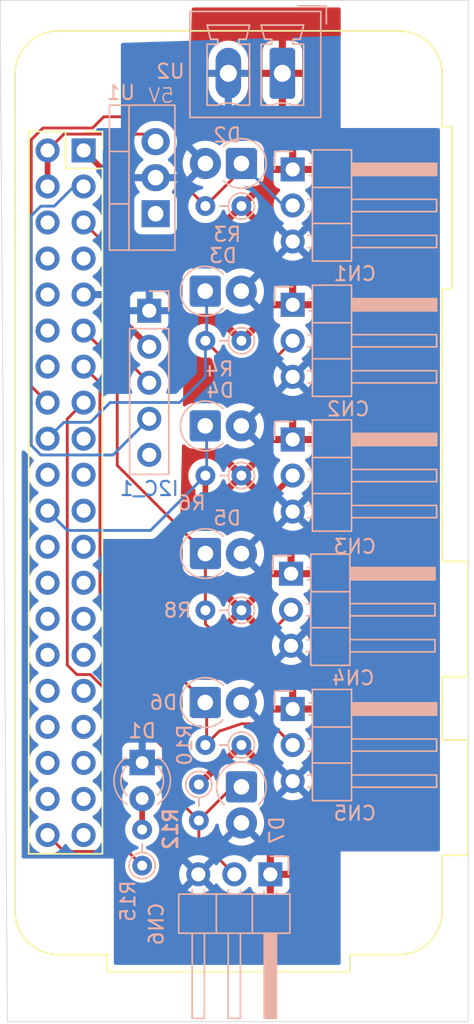
<source format=kicad_pcb>
(kicad_pcb (version 20241229) (generator "pcbnew") (generator_version "9.0")
  (layers (0 "F.Cu" power) (2 "B.Cu" power) (13 "F.Paste" user) (15 "B.Paste" user) (5 "F.SilkS" user "F.Silkscreen") (7 "B.SilkS" user "B.Silkscreen") (1 "F.Mask" user) (3 "B.Mask" user) (25 "Edge.Cuts" user))
  (net 0 "")
  (net 1 "+12V")
  (net 2 "GND")
  (net 3 "Net-(D1-A)")
  (net 9 "GPIO23")
  (net 12 "GPIO27")
  (net 13 "GPIO22")
  (net 16 "Net-(H1-Pad40)")
  (net 17 "GPIO24")
  (net 21 "+3.3V")
  (net 22 "Net-(H1-Pad5)")
  (net 23 "GPIO17")
  (net 24 "+5V")
  (net 30 "Net-(H1-Pad3)")
  (net 31 "GPIO25")
  (footprint "Module:Raspberry_Pi_Zero_Socketed_THT_FaceDown_MountingHoles" (layer "F.Cu") (at 127.87 72.58)
    (property "Reference" "H1" (hide yes))
    (property "Value" "2.54mm 2x40P Female header")
    (fp_line (start -4.83 53.63) (end -4.83 -5.37) (stroke (width 0.12)) (layer "F.SilkS"))
    (fp_line (start -3.87 -1.33) (end -3.87 49.59) (stroke (width 0.12)) (layer "F.SilkS"))
    (fp_line (start -3.87 -1.33) (end -1.27 -1.33) (stroke (width 0.12)) (layer "F.SilkS"))
    (fp_line (start -3.87 49.59) (end 1.33 49.59) (stroke (width 0.12)) (layer "F.SilkS"))
    (fp_line (start -1.77 -8.43) (end 22.23 -8.43) (stroke (width 0.12)) (layer "F.SilkS"))
    (fp_line (start -1.27 -1.33) (end -1.27 1.27) (stroke (width 0.12)) (layer "F.SilkS"))
    (fp_line (start -1.27 1.27) (end 1.33 1.27) (stroke (width 0.12)) (layer "F.SilkS"))
    (fp_line (start 0 -1.33) (end 1.33 -1.33) (stroke (width 0.12)) (layer "F.SilkS"))
    (fp_line (start 1.33 -1.33) (end 1.33 0) (stroke (width 0.12)) (layer "F.SilkS"))
    (fp_line (start 1.33 1.27) (end 1.33 49.59) (stroke (width 0.12)) (layer "F.SilkS"))
    (fp_line (start 1.67 56.69) (end -1.77 56.69) (stroke (width 0.12)) (layer "F.SilkS"))
    (fp_line (start 1.67 56.69) (end 1.67 57.89) (stroke (width 0.12)) (layer "F.SilkS"))
    (fp_line (start 1.67 57.89) (end 18.79 57.89) (stroke (width 0.12)) (layer "F.SilkS"))
    (fp_line (start 18.79 56.69) (end 22.23 56.69) (stroke (width 0.12)) (layer "F.SilkS"))
    (fp_line (start 18.79 57.89) (end 18.79 56.69) (stroke (width 0.12)) (layer "F.SilkS"))
    (fp_line (start 25.29 -1.68) (end 25.29 -5.37) (stroke (width 0.12)) (layer "F.SilkS"))
    (fp_line (start 25.29 9.74) (end 25.99 9.74) (stroke (width 0.12)) (layer "F.SilkS"))
    (fp_line (start 25.29 28.97) (end 25.29 9.74) (stroke (width 0.12)) (layer "F.SilkS"))
    (fp_line (start 25.29 37.09) (end 27.09 37.09) (stroke (width 0.12)) (layer "F.SilkS"))
    (fp_line (start 25.29 41.57) (end 25.29 37.09) (stroke (width 0.12)) (layer "F.SilkS"))
    (fp_line (start 25.29 49.69) (end 27.09 49.69) (stroke (width 0.12)) (layer "F.SilkS"))
    (fp_line (start 25.29 53.63) (end 25.29 49.69) (stroke (width 0.12)) (layer "F.SilkS"))
    (fp_line (start 25.99 -1.68) (end 25.29 -1.68) (stroke (width 0.12)) (layer "F.SilkS"))
    (fp_line (start 25.99 9.74) (end 25.99 -1.68) (stroke (width 0.12)) (layer "F.SilkS"))
    (fp_line (start 27.09 28.97) (end 25.29 28.97) (stroke (width 0.12)) (layer "F.SilkS"))
    (fp_line (start 27.09 37.09) (end 27.09 28.97) (stroke (width 0.12)) (layer "F.SilkS"))
    (fp_line (start 27.09 41.57) (end 25.29 41.57) (stroke (width 0.12)) (layer "F.SilkS"))
    (fp_line (start 27.09 49.69) (end 27.09 41.57) (stroke (width 0.12)) (layer "F.SilkS"))
    (fp_arc (start -4.83 -5.37) (mid -3.933747 -7.533747) (end -1.77 -8.43) (stroke (width 0.12)) (layer "F.SilkS"))
    (fp_arc (start -1.77 56.69) (mid -3.933747 55.793747) (end -4.83 53.63) (stroke (width 0.12)) (layer "F.SilkS"))
    (fp_arc (start 22.23 -8.43) (mid 24.393747 -7.533747) (end 25.29 -5.37) (stroke (width 0.12)) (layer "F.SilkS"))
    (fp_arc (start 25.29 53.63) (mid 24.393747 55.793747) (end 22.23 56.69) (stroke (width 0.12)) (layer "F.SilkS"))
    (pad "" np_thru_hole circle (at -1.27 -4.87 90) (size 2.75 2.75) (drill 2.75) (layers "*.Cu" "*.Mask"))
    (pad "" np_thru_hole circle (at -1.27 53.13 90) (size 2.75 2.75) (drill 2.75) (layers "*.Cu" "*.Mask"))
    (pad "" np_thru_hole circle (at 21.73 -4.87 90) (size 2.75 2.75) (drill 2.75) (layers "*.Cu" "*.Mask"))
    (pad "" np_thru_hole circle (at 21.73 53.13 90) (size 2.75 2.75) (drill 2.75) (layers "*.Cu" "*.Mask"))
    (pad "1" thru_hole rect (at 0 0) (size 1.7 1.7) (drill 1) (layers "*.Cu" "*.Mask") (net 21 "+3.3V"))
    (pad "2" thru_hole oval (at -2.54 0) (size 1.7 1.7) (drill 1) (layers "*.Cu" "*.Mask") (net 24 "+5V"))
    (pad "3" thru_hole oval (at 0 2.54) (size 1.7 1.7) (drill 1) (layers "*.Cu" "*.Mask") (net 30 "Net-(H1-Pad3)"))
    (pad "4" thru_hole oval (at -2.54 2.54) (size 1.7 1.7) (drill 1) (layers "*.Cu" "*.Mask") (net 24 "+5V"))
    (pad "5" thru_hole oval (at 0 5.08) (size 1.7 1.7) (drill 1) (layers "*.Cu" "*.Mask") (net 22 "Net-(H1-Pad5)"))
    (pad "6" thru_hole oval (at -2.54 5.08) (size 1.7 1.7) (drill 1) (layers "*.Cu" "*.Mask") (net 2 "GND"))
    (pad "7" thru_hole oval (at 0 7.62) (size 1.7 1.7) (drill 1) (layers "*.Cu" "*.Mask"))
    (pad "8" thru_hole oval (at -2.54 7.62) (size 1.7 1.7) (drill 1) (layers "*.Cu" "*.Mask"))
    (pad "9" thru_hole oval (at 0 10.16) (size 1.7 1.7) (drill 1) (layers "*.Cu" "*.Mask") (net 2 "GND"))
    (pad "10" thru_hole oval (at -2.54 10.16) (size 1.7 1.7) (drill 1) (layers "*.Cu" "*.Mask"))
    (pad "11" thru_hole oval (at 0 12.7) (size 1.7 1.7) (drill 1) (layers "*.Cu" "*.Mask") (net 23 "GPIO17"))
    (pad "12" thru_hole oval (at -2.54 12.7) (size 1.7 1.7) (drill 1) (layers "*.Cu" "*.Mask"))
    (pad "13" thru_hole oval (at 0 15.24) (size 1.7 1.7) (drill 1) (layers "*.Cu" "*.Mask") (net 12 "GPIO27"))
    (pad "14" thru_hole oval (at -2.54 15.24) (size 1.7 1.7) (drill 1) (layers "*.Cu" "*.Mask"))
    (pad "15" thru_hole oval (at 0 17.78) (size 1.7 1.7) (drill 1) (layers "*.Cu" "*.Mask") (net 13 "GPIO22"))
    (pad "16" thru_hole oval (at -2.54 17.78) (size 1.7 1.7) (drill 1) (layers "*.Cu" "*.Mask") (net 9 "GPIO23"))
    (pad "17" thru_hole oval (at 0 20.32) (size 1.7 1.7) (drill 1) (layers "*.Cu" "*.Mask"))
    (pad "18" thru_hole oval (at -2.54 20.32) (size 1.7 1.7) (drill 1) (layers "*.Cu" "*.Mask") (net 17 "GPIO24"))
    (pad "19" thru_hole oval (at 0 22.86) (size 1.7 1.7) (drill 1) (layers "*.Cu" "*.Mask"))
    (pad "20" thru_hole oval (at -2.54 22.86) (size 1.7 1.7) (drill 1) (layers "*.Cu" "*.Mask"))
    (pad "21" thru_hole oval (at 0 25.4) (size 1.7 1.7) (drill 1) (layers "*.Cu" "*.Mask"))
    (pad "22" thru_hole oval (at -2.54 25.4) (size 1.7 1.7) (drill 1) (layers "*.Cu" "*.Mask") (net 31 "GPIO25"))
    (pad "23" thru_hole oval (at 0 27.94) (size 1.7 1.7) (drill 1) (layers "*.Cu" "*.Mask"))
    (pad "24" thru_hole oval (at -2.54 27.94) (size 1.7 1.7) (drill 1) (layers "*.Cu" "*.Mask"))
    (pad "25" thru_hole oval (at 0 30.48) (size 1.7 1.7) (drill 1) (layers "*.Cu" "*.Mask"))
    (pad "26" thru_hole oval (at -2.54 30.48) (size 1.7 1.7) (drill 1) (layers "*.Cu" "*.Mask"))
    (pad "27" thru_hole oval (at 0 33.02) (size 1.7 1.7) (drill 1) (layers "*.Cu" "*.Mask"))
    (pad "28" thru_hole oval (at -2.54 33.02) (size 1.7 1.7) (drill 1) (layers "*.Cu" "*.Mask"))
    (pad "29" thru_hole oval (at 0 35.56) (size 1.7 1.7) (drill 1) (layers "*.Cu" "*.Mask"))
    (pad "30" thru_hole oval (at -2.54 35.56) (size 1.7 1.7) (drill 1) (layers "*.Cu" "*.Mask"))
    (pad "31" thru_hole oval (at 0 38.1) (size 1.7 1.7) (drill 1) (layers "*.Cu" "*.Mask"))
    (pad "32" thru_hole oval (at -2.54 38.1) (size 1.7 1.7) (drill 1) (layers "*.Cu" "*.Mask"))
    (pad "33" thru_hole oval (at 0 40.64) (size 1.7 1.7) (drill 1) (layers "*.Cu" "*.Mask"))
    (pad "34" thru_hole oval (at -2.54 40.64) (size 1.7 1.7) (drill 1) (layers "*.Cu" "*.Mask"))
    (pad "35" thru_hole oval (at 0 43.18) (size 1.7 1.7) (drill 1) (layers "*.Cu" "*.Mask"))
    (pad "36" thru_hole oval (at -2.54 43.18) (size 1.7 1.7) (drill 1) (layers "*.Cu" "*.Mask"))
    (pad "37" thru_hole oval (at 0 45.72) (size 1.7 1.7) (drill 1) (layers "*.Cu" "*.Mask"))
    (pad "38" thru_hole oval (at -2.54 45.72) (size 1.7 1.7) (drill 1) (layers "*.Cu" "*.Mask"))
    (pad "39" thru_hole oval (at 0 48.26) (size 1.7 1.7) (drill 1) (layers "*.Cu" "*.Mask"))
    (pad "40" thru_hole oval (at -2.54 48.26) (size 1.7 1.7) (drill 1) (layers "*.Cu" "*.Mask") (net 16 "Net-(H1-Pad40)"))
  )
  (footprint "Connector_PinHeader_2.54mm:PinHeader_1x03_P2.54mm_Horizontal" (layer "B.Cu") (at 142.615 117.04)
    (property "Reference" "CN5" (at 4.385 2.27 180) (layer "B.SilkS") (effects (justify mirror)))
    (property "Value" "DYNAMIXEL XL-320 MOLEX-53253-0370" (hide yes))
    (fp_line (start -1.27 -6.35) (end 0 -6.35) (stroke (width 0.12)) (layer "B.SilkS"))
    (fp_line (start -1.27 -5.08) (end -1.27 -6.35) (stroke (width 0.12)) (layer "B.SilkS"))
    (fp_line (start 1.077358 -2.97) (end 1.39 -2.97) (stroke (width 0.12)) (layer "B.SilkS"))
    (fp_line (start 1.077358 -2.11) (end 1.39 -2.11) (stroke (width 0.12)) (layer "B.SilkS"))
    (fp_line (start 1.077358 -0.43) (end 1.39 -0.43) (stroke (width 0.12)) (layer "B.SilkS"))
    (fp_line (start 1.077358 0.43) (end 1.39 0.43) (stroke (width 0.12)) (layer "B.SilkS"))
    (fp_line (start 1.16 -5.51) (end 1.39 -5.51) (stroke (width 0.12)) (layer "B.SilkS"))
    (fp_line (start 1.16 -4.65) (end 1.39 -4.65) (stroke (width 0.12)) (layer "B.SilkS"))
    (fp_line (start 1.39 -6.46) (end 1.39 1.38) (stroke (width 0.12)) (layer "B.SilkS"))
    (fp_line (start 1.39 -3.81) (end 4.15 -3.81) (stroke (width 0.12)) (layer "B.SilkS"))
    (fp_line (start 1.39 -1.27) (end 4.15 -1.27) (stroke (width 0.12)) (layer "B.SilkS"))
    (fp_line (start 1.39 1.38) (end 4.15 1.38) (stroke (width 0.12)) (layer "B.SilkS"))
    (fp_line (start 4.15 -6.46) (end 1.39 -6.46) (stroke (width 0.12)) (layer "B.SilkS"))
    (fp_line (start 4.15 -2.97) (end 10.15 -2.97) (stroke (width 0.12)) (layer "B.SilkS"))
    (fp_line (start 4.15 -0.43) (end 10.15 -0.43) (stroke (width 0.12)) (layer "B.SilkS"))
    (fp_line (start 4.15 1.38) (end 4.15 -6.46) (stroke (width 0.12)) (layer "B.SilkS"))
    (fp_line (start 10.15 -2.97) (end 10.15 -2.11) (stroke (width 0.12)) (layer "B.SilkS"))
    (fp_line (start 10.15 -2.11) (end 4.15 -2.11) (stroke (width 0.12)) (layer "B.SilkS"))
    (fp_line (start 10.15 -0.43) (end 10.15 0.43) (stroke (width 0.12)) (layer "B.SilkS"))
    (fp_line (start 10.15 0.43) (end 4.15 0.43) (stroke (width 0.12)) (layer "B.SilkS"))
    (fp_rect (start 4.15 -5.51) (end 10.15 -4.65) (stroke (width 0.12)) (fill yes) (layer "B.SilkS"))
    (pad "1" thru_hole rect (at 0 -5.08) (size 1.7 1.7) (drill 1) (layers "*.Cu" "*.Mask") (net 1 "+12V"))
    (pad "2" thru_hole circle (at 0 -2.54) (size 1.7 1.7) (drill 1) (layers "*.Cu" "*.Mask") (net 12 "GPIO27"))
    (pad "3" thru_hole circle (at 0 0) (size 1.7 1.7) (drill 1) (layers "*.Cu" "*.Mask") (net 2 "GND"))
  )
  (footprint "Connector_PinHeader_2.54mm:PinHeader_1x03_P2.54mm_Horizontal" (layer "B.Cu") (at 135.96 123.615 -90)
    (property "Reference" "CN6" (at 3.5 2.96 90) (layer "B.SilkS") (effects (justify mirror)))
    (property "Value" "DYNAMIXEL XL-320 MOLEX-53253-0370" (hide yes))
    (fp_line (start 1.39 1.38) (end 4.15 1.38) (stroke (width 0.12)) (layer "B.SilkS"))
    (fp_line (start 4.15 1.38) (end 4.15 -6.46) (stroke (width 0.12)) (layer "B.SilkS"))
    (fp_line (start 1.077358 0.43) (end 1.39 0.43) (stroke (width 0.12)) (layer "B.SilkS"))
    (fp_line (start 10.15 0.43) (end 4.15 0.43) (stroke (width 0.12)) (layer "B.SilkS"))
    (fp_line (start 1.077358 -0.43) (end 1.39 -0.43) (stroke (width 0.12)) (layer "B.SilkS"))
    (fp_line (start 4.15 -0.43) (end 10.15 -0.43) (stroke (width 0.12)) (layer "B.SilkS"))
    (fp_line (start 10.15 -0.43) (end 10.15 0.43) (stroke (width 0.12)) (layer "B.SilkS"))
    (fp_line (start 1.39 -1.27) (end 4.15 -1.27) (stroke (width 0.12)) (layer "B.SilkS"))
    (fp_line (start 1.077358 -2.11) (end 1.39 -2.11) (stroke (width 0.12)) (layer "B.SilkS"))
    (fp_line (start 10.15 -2.11) (end 4.15 -2.11) (stroke (width 0.12)) (layer "B.SilkS"))
    (fp_line (start 1.077358 -2.97) (end 1.39 -2.97) (stroke (width 0.12)) (layer "B.SilkS"))
    (fp_line (start 4.15 -2.97) (end 10.15 -2.97) (stroke (width 0.12)) (layer "B.SilkS"))
    (fp_line (start 10.15 -2.97) (end 10.15 -2.11) (stroke (width 0.12)) (layer "B.SilkS"))
    (fp_line (start 1.39 -3.81) (end 4.15 -3.81) (stroke (width 0.12)) (layer "B.SilkS"))
    (fp_line (start 1.16 -4.65) (end 1.39 -4.65) (stroke (width 0.12)) (layer "B.SilkS"))
    (fp_line (start -1.27 -5.08) (end -1.27 -6.35) (stroke (width 0.12)) (layer "B.SilkS"))
    (fp_line (start 1.16 -5.51) (end 1.39 -5.51) (stroke (width 0.12)) (layer "B.SilkS"))
    (fp_line (start -1.27 -6.35) (end 0 -6.35) (stroke (width 0.12)) (layer "B.SilkS"))
    (fp_line (start 1.39 -6.46) (end 1.39 1.38) (stroke (width 0.12)) (layer "B.SilkS"))
    (fp_line (start 4.15 -6.46) (end 1.39 -6.46) (stroke (width 0.12)) (layer "B.SilkS"))
    (fp_rect (start 4.15 -5.51) (end 10.15 -4.65) (stroke (width 0.12)) (fill yes) (layer "B.SilkS"))
    (pad "1" thru_hole rect (at 0 -5.08 270) (size 1.7 1.7) (drill 1) (layers "*.Cu" "*.Mask") (net 1 "+12V"))
    (pad "2" thru_hole circle (at 0 -2.54 270) (size 1.7 1.7) (drill 1) (layers "*.Cu" "*.Mask") (net 13 "GPIO22"))
    (pad "3" thru_hole circle (at 0 0 270) (size 1.7 1.7) (drill 1) (layers "*.Cu" "*.Mask") (net 2 "GND"))
  )
  (footprint "Diode_THT:D_DO-41_SOD81_P2.54mm_Vertical_AnodeUp" (layer "B.Cu") (at 136.447818 111.5)
    (property "Reference" "D6" (at -2.947818 0 0) (layer "B.SilkS") (effects (justify mirror)))
    (property "Value" "3.3v" (hide yes))
    (fp_arc (start 1.255517 1.22) (mid -1.750635 0) (end 1.255517 -1.22) (stroke (width 0.12)) (layer "B.SilkS"))
    (pad "1" thru_hole roundrect (at 0 0) (size 2.2 2.2) (drill 1.1) (layers "*.Cu" "*.Mask") (roundrect_rratio 0.113636) (net 12 "GPIO27"))
    (pad "2" thru_hole circle (at 2.54 0) (size 2.2 2.2) (drill 1.1) (layers "*.Cu" "*.Mask") (net 2 "GND"))
  )
  (footprint "LED_THT:LED_D3.0mm_IRBlack" (layer "B.Cu") (at 132 115.73 -90)
    (property "Reference" "D1" (at -2.23 0 0) (layer "B.SilkS") (effects (justify mirror)))
    (property "Value" "TSAL4400" (hide yes))
    (fp_line (start -0.29 1.236) (end -0.29 1.08) (stroke (width 0.12)) (layer "B.SilkS"))
    (fp_line (start -0.29 -1.08) (end -0.29 -1.236) (stroke (width 0.12)) (layer "B.SilkS"))
    (fp_arc (start 2.310961 1.08) (mid 1.27 1.5) (end 0.229039 1.08) (stroke (width 0.12)) (layer "B.SilkS"))
    (fp_arc (start 2.941437 1.08) (mid 1.36566 1.9877) (end -0.29 1.235516) (stroke (width 0.12)) (layer "B.SilkS"))
    (fp_arc (start 0.229039 -1.08) (mid 1.27 -1.5) (end 2.310961 -1.08) (stroke (width 0.12)) (layer "B.SilkS"))
    (fp_arc (start -0.29 -1.235516) (mid 1.36566 -1.987699) (end 2.941437 -1.08) (stroke (width 0.12)) (layer "B.SilkS"))
    (pad "1" thru_hole rect (at 0 0 270) (size 1.8 1.8) (drill 0.9) (layers "*.Cu" "*.Mask") (net 2 "GND"))
    (pad "2" thru_hole circle (at 2.54 0 270) (size 1.8 1.8) (drill 0.9) (layers "*.Cu" "*.Mask") (net 3 "Net-(D1-A)"))
  )
  (footprint "Connector_Phoenix_MC:PhoenixContact_MCV_1,5_2-G-3.81_1x02_P3.81mm_Vertical" (layer "B.Cu") (at 141.8875 67.1425 180)
    (property "Reference" "U2" (at 7.8875 0.1425 0) (layer "B.SilkS") (effects (justify mirror)))
    (property "Value" "Alimentation 12v" (hide yes))
    (fp_line (start 6.52 4.36) (end -2.71 4.36) (stroke (width 0.12)) (layer "B.SilkS"))
    (fp_line (start 6.52 -3.11) (end 6.52 4.36) (stroke (width 0.12)) (layer "B.SilkS"))
    (fp_line (start 5.31 3.4) (end 5.06 2.4) (stroke (width 0.12)) (layer "B.SilkS"))
    (fp_line (start 5.31 2.05) (end 5.31 -2.25) (stroke (width 0.12)) (layer "B.SilkS"))
    (fp_line (start 5.31 -2.25) (end 4.56 -2.25) (stroke (width 0.12)) (layer "B.SilkS"))
    (fp_line (start 5.06 2.4) (end 4.56 2.4) (stroke (width 0.12)) (layer "B.SilkS"))
    (fp_line (start 4.56 2.4) (end 4.56 2.05) (stroke (width 0.12)) (layer "B.SilkS"))
    (fp_line (start 4.56 2.05) (end 5.31 2.05) (stroke (width 0.12)) (layer "B.SilkS"))
    (fp_line (start 3.06 2.4) (end 2.56 2.4) (stroke (width 0.12)) (layer "B.SilkS"))
    (fp_line (start 3.06 2.05) (end 3.06 2.4) (stroke (width 0.12)) (layer "B.SilkS"))
    (fp_line (start 3.06 -2.25) (end 2.31 -2.25) (stroke (width 0.12)) (layer "B.SilkS"))
    (fp_line (start 2.56 2.4) (end 2.31 3.4) (stroke (width 0.12)) (layer "B.SilkS"))
    (fp_line (start 2.31 3.4) (end 5.31 3.4) (stroke (width 0.12)) (layer "B.SilkS"))
    (fp_line (start 2.31 2.05) (end 3.06 2.05) (stroke (width 0.12)) (layer "B.SilkS"))
    (fp_line (start 2.31 -2.25) (end 2.31 2.05) (stroke (width 0.12)) (layer "B.SilkS"))
    (fp_line (start 1.5 3.4) (end 1.25 2.4) (stroke (width 0.12)) (layer "B.SilkS"))
    (fp_line (start 1.5 2.05) (end 1.5 -2.25) (stroke (width 0.12)) (layer "B.SilkS"))
    (fp_line (start 1.5 -2.25) (end 0.75 -2.25) (stroke (width 0.12)) (layer "B.SilkS"))
    (fp_line (start 1.25 2.4) (end 0.75 2.4) (stroke (width 0.12)) (layer "B.SilkS"))
    (fp_line (start 0.75 2.4) (end 0.75 2.05) (stroke (width 0.12)) (layer "B.SilkS"))
    (fp_line (start 0.75 2.05) (end 1.5 2.05) (stroke (width 0.12)) (layer "B.SilkS"))
    (fp_line (start -0.75 2.4) (end -1.25 2.4) (stroke (width 0.12)) (layer "B.SilkS"))
    (fp_line (start -0.75 2.05) (end -0.75 2.4) (stroke (width 0.12)) (layer "B.SilkS"))
    (fp_line (start -0.75 -2.25) (end -1.5 -2.25) (stroke (width 0.12)) (layer "B.SilkS"))
    (fp_line (start -1.25 2.4) (end -1.5 3.4) (stroke (width 0.12)) (layer "B.SilkS"))
    (fp_line (start -1.5 3.4) (end 1.5 3.4) (stroke (width 0.12)) (layer "B.SilkS"))
    (fp_line (start -1.5 2.05) (end -0.75 2.05) (stroke (width 0.12)) (layer "B.SilkS"))
    (fp_line (start -1.5 -2.25) (end -1.5 2.05) (stroke (width 0.12)) (layer "B.SilkS"))
    (fp_line (start -2.71 4.36) (end -2.71 -3.11) (stroke (width 0.12)) (layer "B.SilkS"))
    (fp_line (start -2.71 -3.11) (end 6.52 -3.11) (stroke (width 0.12)) (layer "B.SilkS"))
    (fp_line (start -3.1 4.75) (end -1.1 4.75) (stroke (width 0.12)) (layer "B.SilkS"))
    (fp_line (start -3.1 3.5) (end -3.1 4.75) (stroke (width 0.12)) (layer "B.SilkS"))
    (fp_arc (start 4.559647 -2.249844) (mid 3.809807 -2.091909) (end 3.06 -2.25) (stroke (width 0.12)) (layer "B.SilkS"))
    (fp_arc (start 0.749647 -2.249844) (mid -0.000193 -2.091909) (end -0.75 -2.25) (stroke (width 0.12)) (layer "B.SilkS"))
    (pad "1" thru_hole roundrect (at 0 0 180) (size 1.8 3.6) (drill 1.2) (layers "*.Cu" "*.Mask") (roundrect_rratio 0.138889) (net 1 "+12V"))
    (pad "2" thru_hole oval (at 3.81 0 180) (size 1.8 3.6) (drill 1.2) (layers "*.Cu" "*.Mask") (net 2 "GND"))
  )
  (footprint "Resistor_THT:R_Axial_DIN0204_L3.6mm_D1.6mm_P2.54mm_Vertical" (layer "B.Cu") (at 132 123 90)
    (property "Reference" "R15" (at -2.5 -1 90) (layer "B.SilkS") (effects (justify mirror)))
    (property "Value" "200R" (hide yes))
    (fp_line (start 0.92 0) (end 1.54 0) (stroke (width 0.12)) (layer "B.SilkS"))
    (fp_circle (center 0 0) (end 0.92 0) (stroke (width 0.12)) (fill no) (layer "B.SilkS"))
    (pad "1" thru_hole circle (at 0 0 90) (size 1.4 1.4) (drill 0.7) (layers "*.Cu" "*.Mask") (net 16 "Net-(H1-Pad40)"))
    (pad "2" thru_hole circle (at 2.54 0 90) (size 1.4 1.4) (drill 0.7) (layers "*.Cu" "*.Mask") (net 3 "Net-(D1-A)"))
  )
  (footprint "Diode_THT:D_DO-41_SOD81_P2.54mm_Vertical_AnodeUp" (layer "B.Cu") (at 136.447818 92)
    (property "Reference" "D4" (at 1.052182 -2.5 0) (layer "B.SilkS") (effects (justify mirror)))
    (property "Value" "3.3v" (hide yes))
    (fp_arc (start 1.255517 1.22) (mid -1.750635 0) (end 1.255517 -1.22) (stroke (width 0.12)) (layer "B.SilkS"))
    (pad "1" thru_hole roundrect (at 0 0) (size 2.2 2.2) (drill 1.1) (layers "*.Cu" "*.Mask") (roundrect_rratio 0.113636) (net 31 "GPIO25"))
    (pad "2" thru_hole circle (at 2.54 0) (size 2.2 2.2) (drill 1.1) (layers "*.Cu" "*.Mask") (net 2 "GND"))
  )
  (footprint "Connector_PinHeader_2.54mm:PinHeader_1x03_P2.54mm_Horizontal" (layer "B.Cu") (at 142.615 79)
    (property "Reference" "CN1" (at 4.385 2.27 0) (layer "B.SilkS") (effects (justify mirror)))
    (property "Value" "DYNAMIXEL XL-320 MOLEX-53253-0370" (hide yes))
    (fp_line (start -1.27 -6.35) (end 0 -6.35) (stroke (width 0.12)) (layer "B.SilkS"))
    (fp_line (start -1.27 -5.08) (end -1.27 -6.35) (stroke (width 0.12)) (layer "B.SilkS"))
    (fp_line (start 1.077358 -2.97) (end 1.39 -2.97) (stroke (width 0.12)) (layer "B.SilkS"))
    (fp_line (start 1.077358 -2.11) (end 1.39 -2.11) (stroke (width 0.12)) (layer "B.SilkS"))
    (fp_line (start 1.077358 -0.43) (end 1.39 -0.43) (stroke (width 0.12)) (layer "B.SilkS"))
    (fp_line (start 1.077358 0.43) (end 1.39 0.43) (stroke (width 0.12)) (layer "B.SilkS"))
    (fp_line (start 1.16 -5.51) (end 1.39 -5.51) (stroke (width 0.12)) (layer "B.SilkS"))
    (fp_line (start 1.16 -4.65) (end 1.39 -4.65) (stroke (width 0.12)) (layer "B.SilkS"))
    (fp_line (start 1.39 -6.46) (end 1.39 1.38) (stroke (width 0.12)) (layer "B.SilkS"))
    (fp_line (start 1.39 -3.81) (end 4.15 -3.81) (stroke (width 0.12)) (layer "B.SilkS"))
    (fp_line (start 1.39 -1.27) (end 4.15 -1.27) (stroke (width 0.12)) (layer "B.SilkS"))
    (fp_line (start 1.39 1.38) (end 4.15 1.38) (stroke (width 0.12)) (layer "B.SilkS"))
    (fp_line (start 4.15 -6.46) (end 1.39 -6.46) (stroke (width 0.12)) (layer "B.SilkS"))
    (fp_line (start 4.15 -2.97) (end 10.15 -2.97) (stroke (width 0.12)) (layer "B.SilkS"))
    (fp_line (start 4.15 -0.43) (end 10.15 -0.43) (stroke (width 0.12)) (layer "B.SilkS"))
    (fp_line (start 4.15 1.38) (end 4.15 -6.46) (stroke (width 0.12)) (layer "B.SilkS"))
    (fp_line (start 10.15 -2.97) (end 10.15 -2.11) (stroke (width 0.12)) (layer "B.SilkS"))
    (fp_line (start 10.15 -2.11) (end 4.15 -2.11) (stroke (width 0.12)) (layer "B.SilkS"))
    (fp_line (start 10.15 -0.43) (end 10.15 0.43) (stroke (width 0.12)) (layer "B.SilkS"))
    (fp_line (start 10.15 0.43) (end 4.15 0.43) (stroke (width 0.12)) (layer "B.SilkS"))
    (fp_rect (start 4.15 -5.51) (end 10.15 -4.65) (stroke (width 0.12)) (fill yes) (layer "B.SilkS"))
    (pad "1" thru_hole rect (at 0 -5.08) (size 1.7 1.7) (drill 1) (layers "*.Cu" "*.Mask") (net 1 "+12V"))
    (pad "2" thru_hole circle (at 0 -2.54) (size 1.7 1.7) (drill 1) (layers "*.Cu" "*.Mask") (net 9 "GPIO23"))
    (pad "3" thru_hole circle (at 0 0) (size 1.7 1.7) (drill 1) (layers "*.Cu" "*.Mask") (net 2 "GND"))
  )
  (footprint "Resistor_THT:R_Axial_DIN0204_L3.6mm_D1.6mm_P2.54mm_Vertical" (layer "B.Cu") (at 139 76.5 180)
    (property "Reference" "R3" (at 1 -2 0) (layer "B.SilkS") (effects (justify mirror)))
    (property "Value" "1K" (hide yes))
    (fp_line (start 0.92 0) (end 1.54 0) (stroke (width 0.12)) (layer "B.SilkS"))
    (fp_circle (center 0 0) (end 0.92 0) (stroke (width 0.12)) (fill no) (layer "B.SilkS"))
    (pad "1" thru_hole circle (at 0 0 180) (size 1.4 1.4) (drill 0.7) (layers "*.Cu" "*.Mask") (net 1 "+12V"))
    (pad "2" thru_hole circle (at 2.54 0 180) (size 1.4 1.4) (drill 0.7) (layers "*.Cu" "*.Mask") (net 9 "GPIO23"))
  )
  (footprint "Resistor_THT:R_Axial_DIN0204_L3.6mm_D1.6mm_P2.54mm_Vertical" (layer "B.Cu") (at 139 105 180)
    (property "Reference" "R8" (at 4.5 0 0) (layer "B.SilkS") (effects (justify mirror)))
    (property "Value" "1k" (hide yes))
    (fp_line (start 0.92 0) (end 1.54 0) (stroke (width 0.12)) (layer "B.SilkS"))
    (fp_circle (center 0 0) (end 0.92 0) (stroke (width 0.12)) (fill no) (layer "B.SilkS"))
    (pad "1" thru_hole circle (at 0 0 180) (size 1.4 1.4) (drill 0.7) (layers "*.Cu" "*.Mask") (net 1 "+12V"))
    (pad "2" thru_hole circle (at 2.54 0 180) (size 1.4 1.4) (drill 0.7) (layers "*.Cu" "*.Mask") (net 23 "GPIO17"))
  )
  (footprint "Connector_PinHeader_2.54mm:PinHeader_1x03_P2.54mm_Horizontal" (layer "B.Cu") (at 142.615 88.54)
    (property "Reference" "CN2" (at 3.915 2.27 180) (layer "B.SilkS") (effects (justify mirror)))
    (property "Value" "DYNAMIXEL XL-320 MOLEX-53253-0370" (hide yes))
    (fp_line (start -1.27 -6.35) (end 0 -6.35) (stroke (width 0.12)) (layer "B.SilkS"))
    (fp_line (start -1.27 -5.08) (end -1.27 -6.35) (stroke (width 0.12)) (layer "B.SilkS"))
    (fp_line (start 1.077358 -2.97) (end 1.39 -2.97) (stroke (width 0.12)) (layer "B.SilkS"))
    (fp_line (start 1.077358 -2.11) (end 1.39 -2.11) (stroke (width 0.12)) (layer "B.SilkS"))
    (fp_line (start 1.077358 -0.43) (end 1.39 -0.43) (stroke (width 0.12)) (layer "B.SilkS"))
    (fp_line (start 1.077358 0.43) (end 1.39 0.43) (stroke (width 0.12)) (layer "B.SilkS"))
    (fp_line (start 1.16 -5.51) (end 1.39 -5.51) (stroke (width 0.12)) (layer "B.SilkS"))
    (fp_line (start 1.16 -4.65) (end 1.39 -4.65) (stroke (width 0.12)) (layer "B.SilkS"))
    (fp_line (start 1.39 -6.46) (end 1.39 1.38) (stroke (width 0.12)) (layer "B.SilkS"))
    (fp_line (start 1.39 -3.81) (end 4.15 -3.81) (stroke (width 0.12)) (layer "B.SilkS"))
    (fp_line (start 1.39 -1.27) (end 4.15 -1.27) (stroke (width 0.12)) (layer "B.SilkS"))
    (fp_line (start 1.39 1.38) (end 4.15 1.38) (stroke (width 0.12)) (layer "B.SilkS"))
    (fp_line (start 4.15 -6.46) (end 1.39 -6.46) (stroke (width 0.12)) (layer "B.SilkS"))
    (fp_line (start 4.15 -2.97) (end 10.15 -2.97) (stroke (width 0.12)) (layer "B.SilkS"))
    (fp_line (start 4.15 -0.43) (end 10.15 -0.43) (stroke (width 0.12)) (layer "B.SilkS"))
    (fp_line (start 4.15 1.38) (end 4.15 -6.46) (stroke (width 0.12)) (layer "B.SilkS"))
    (fp_line (start 10.15 -2.97) (end 10.15 -2.11) (stroke (width 0.12)) (layer "B.SilkS"))
    (fp_line (start 10.15 -2.11) (end 4.15 -2.11) (stroke (width 0.12)) (layer "B.SilkS"))
    (fp_line (start 10.15 -0.43) (end 10.15 0.43) (stroke (width 0.12)) (layer "B.SilkS"))
    (fp_line (start 10.15 0.43) (end 4.15 0.43) (stroke (width 0.12)) (layer "B.SilkS"))
    (fp_rect (start 4.15 -5.51) (end 10.15 -4.65) (stroke (width 0.12)) (fill yes) (layer "B.SilkS"))
    (pad "1" thru_hole rect (at 0 -5.08) (size 1.7 1.7) (drill 1) (layers "*.Cu" "*.Mask") (net 1 "+12V"))
    (pad "2" thru_hole circle (at 0 -2.54) (size 1.7 1.7) (drill 1) (layers "*.Cu" "*.Mask") (net 17 "GPIO24"))
    (pad "3" thru_hole circle (at 0 0) (size 1.7 1.7) (drill 1) (layers "*.Cu" "*.Mask") (net 2 "GND"))
  )
  (footprint "Diode_THT:D_DO-41_SOD81_P2.54mm_Vertical_AnodeUp" (layer "B.Cu") (at 139 117.447818 -90)
    (property "Reference" "D7" (at 3.052182 -2.5 90) (layer "B.SilkS") (effects (justify mirror)))
    (property "Value" "3.3v" (hide yes))
    (fp_arc (start 1.255517 1.22) (mid -1.750635 0) (end 1.255517 -1.22) (stroke (width 0.12)) (layer "B.SilkS"))
    (pad "1" thru_hole roundrect (at 0 0 270) (size 2.2 2.2) (drill 1.1) (layers "*.Cu" "*.Mask") (roundrect_rratio 0.113636) (net 13 "GPIO22"))
    (pad "2" thru_hole circle (at 2.54 0 270) (size 2.2 2.2) (drill 1.1) (layers "*.Cu" "*.Mask") (net 2 "GND"))
  )
  (footprint "Diode_THT:D_DO-41_SOD81_P2.54mm_Vertical_AnodeUp" (layer "B.Cu") (at 136.447818 82.5)
    (property "Reference" "D3" (at 1.255517 -2.5 0) (layer "B.SilkS") (effects (justify mirror)))
    (property "Value" "3.3v" (hide yes))
    (fp_arc (start 1.255517 1.22) (mid -1.750635 0) (end 1.255517 -1.22) (stroke (width 0.12)) (layer "B.SilkS"))
    (pad "1" thru_hole roundrect (at 0 0) (size 2.2 2.2) (drill 1.1) (layers "*.Cu" "*.Mask") (roundrect_rratio 0.113636) (net 17 "GPIO24"))
    (pad "2" thru_hole circle (at 2.54 0) (size 2.2 2.2) (drill 1.1) (layers "*.Cu" "*.Mask") (net 2 "GND"))
  )
  (footprint "Diode_THT:D_DO-41_SOD81_P2.54mm_Vertical_AnodeUp" (layer "B.Cu") (at 136.46 101)
    (property "Reference" "D5" (at 1.54 -2.5 0) (layer "B.SilkS") (effects (justify mirror)))
    (property "Value" "3.3v" (hide yes))
    (fp_arc (start 1.255517 1.22) (mid -1.750635 0) (end 1.255517 -1.22) (stroke (width 0.12)) (layer "B.SilkS"))
    (pad "1" thru_hole roundrect (at 0 0) (size 2.2 2.2) (drill 1.1) (layers "*.Cu" "*.Mask") (roundrect_rratio 0.113636) (net 23 "GPIO17"))
    (pad "2" thru_hole circle (at 2.54 0) (size 2.2 2.2) (drill 1.1) (layers "*.Cu" "*.Mask") (net 2 "GND"))
  )
  (footprint "Connector_PinHeader_2.54mm:PinHeader_1x03_P2.54mm_Horizontal" (layer "B.Cu") (at 142.5 107.5)
    (property "Reference" "CN4" (at 4.385 2.27 0) (layer "B.SilkS") (effects (justify mirror)))
    (property "Value" "DYNAMIXEL XL-320 MOLEX-53253-0370" (hide yes))
    (fp_line (start -1.27 -6.35) (end 0 -6.35) (stroke (width 0.12)) (layer "B.SilkS"))
    (fp_line (start -1.27 -5.08) (end -1.27 -6.35) (stroke (width 0.12)) (layer "B.SilkS"))
    (fp_line (start 1.077358 -2.97) (end 1.39 -2.97) (stroke (width 0.12)) (layer "B.SilkS"))
    (fp_line (start 1.077358 -2.11) (end 1.39 -2.11) (stroke (width 0.12)) (layer "B.SilkS"))
    (fp_line (start 1.077358 -0.43) (end 1.39 -0.43) (stroke (width 0.12)) (layer "B.SilkS"))
    (fp_line (start 1.077358 0.43) (end 1.39 0.43) (stroke (width 0.12)) (layer "B.SilkS"))
    (fp_line (start 1.16 -5.51) (end 1.39 -5.51) (stroke (width 0.12)) (layer "B.SilkS"))
    (fp_line (start 1.16 -4.65) (end 1.39 -4.65) (stroke (width 0.12)) (layer "B.SilkS"))
    (fp_line (start 1.39 -6.46) (end 1.39 1.38) (stroke (width 0.12)) (layer "B.SilkS"))
    (fp_line (start 1.39 -3.81) (end 4.15 -3.81) (stroke (width 0.12)) (layer "B.SilkS"))
    (fp_line (start 1.39 -1.27) (end 4.15 -1.27) (stroke (width 0.12)) (layer "B.SilkS"))
    (fp_line (start 1.39 1.38) (end 4.15 1.38) (stroke (width 0.12)) (layer "B.SilkS"))
    (fp_line (start 4.15 -6.46) (end 1.39 -6.46) (stroke (width 0.12)) (layer "B.SilkS"))
    (fp_line (start 4.15 -2.97) (end 10.15 -2.97) (stroke (width 0.12)) (layer "B.SilkS"))
    (fp_line (start 4.15 -0.43) (end 10.15 -0.43) (stroke (width 0.12)) (layer "B.SilkS"))
    (fp_line (start 4.15 1.38) (end 4.15 -6.46) (stroke (width 0.12)) (layer "B.SilkS"))
    (fp_line (start 10.15 -2.97) (end 10.15 -2.11) (stroke (width 0.12)) (layer "B.SilkS"))
    (fp_line (start 10.15 -2.11) (end 4.15 -2.11) (stroke (width 0.12)) (layer "B.SilkS"))
    (fp_line (start 10.15 -0.43) (end 10.15 0.43) (stroke (width 0.12)) (layer "B.SilkS"))
    (fp_line (start 10.15 0.43) (end 4.15 0.43) (stroke (width 0.12)) (layer "B.SilkS"))
    (fp_rect (start 4.15 -5.51) (end 10.15 -4.65) (stroke (width 0.12)) (fill yes) (layer "B.SilkS"))
    (pad "1" thru_hole rect (at 0 -5.08) (size 1.7 1.7) (drill 1) (layers "*.Cu" "*.Mask") (net 1 "+12V"))
    (pad "2" thru_hole circle (at 0 -2.54) (size 1.7 1.7) (drill 1) (layers "*.Cu" "*.Mask") (net 23 "GPIO17"))
    (pad "3" thru_hole circle (at 0 0) (size 1.7 1.7) (drill 1) (layers "*.Cu" "*.Mask") (net 2 "GND"))
  )
  (footprint "Connector_PinHeader_2.54mm:PinHeader_1x03_P2.54mm_Horizontal" (layer "B.Cu") (at 142.615 98.04)
    (property "Reference" "CN3" (at 4.385 2.46 180) (layer "B.SilkS") (effects (justify mirror)))
    (property "Value" "DYNAMIXEL XL-320 MOLEX-53253-0370" (hide yes))
    (fp_line (start -1.27 -6.35) (end 0 -6.35) (stroke (width 0.12)) (layer "B.SilkS"))
    (fp_line (start -1.27 -5.08) (end -1.27 -6.35) (stroke (width 0.12)) (layer "B.SilkS"))
    (fp_line (start 1.077358 -2.97) (end 1.39 -2.97) (stroke (width 0.12)) (layer "B.SilkS"))
    (fp_line (start 1.077358 -2.11) (end 1.39 -2.11) (stroke (width 0.12)) (layer "B.SilkS"))
    (fp_line (start 1.077358 -0.43) (end 1.39 -0.43) (stroke (width 0.12)) (layer "B.SilkS"))
    (fp_line (start 1.077358 0.43) (end 1.39 0.43) (stroke (width 0.12)) (layer "B.SilkS"))
    (fp_line (start 1.16 -5.51) (end 1.39 -5.51) (stroke (width 0.12)) (layer "B.SilkS"))
    (fp_line (start 1.16 -4.65) (end 1.39 -4.65) (stroke (width 0.12)) (layer "B.SilkS"))
    (fp_line (start 1.39 -6.46) (end 1.39 1.38) (stroke (width 0.12)) (layer "B.SilkS"))
    (fp_line (start 1.39 -3.81) (end 4.15 -3.81) (stroke (width 0.12)) (layer "B.SilkS"))
    (fp_line (start 1.39 -1.27) (end 4.15 -1.27) (stroke (width 0.12)) (layer "B.SilkS"))
    (fp_line (start 1.39 1.38) (end 4.15 1.38) (stroke (width 0.12)) (layer "B.SilkS"))
    (fp_line (start 4.15 -6.46) (end 1.39 -6.46) (stroke (width 0.12)) (layer "B.SilkS"))
    (fp_line (start 4.15 -2.97) (end 10.15 -2.97) (stroke (width 0.12)) (layer "B.SilkS"))
    (fp_line (start 4.15 -0.43) (end 10.15 -0.43) (stroke (width 0.12)) (layer "B.SilkS"))
    (fp_line (start 4.15 1.38) (end 4.15 -6.46) (stroke (width 0.12)) (layer "B.SilkS"))
    (fp_line (start 10.15 -2.97) (end 10.15 -2.11) (stroke (width 0.12)) (layer "B.SilkS"))
    (fp_line (start 10.15 -2.11) (end 4.15 -2.11) (stroke (width 0.12)) (layer "B.SilkS"))
    (fp_line (start 10.15 -0.43) (end 10.15 0.43) (stroke (width 0.12)) (layer "B.SilkS"))
    (fp_line (start 10.15 0.43) (end 4.15 0.43) (stroke (width 0.12)) (layer "B.SilkS"))
    (fp_rect (start 4.15 -5.51) (end 10.15 -4.65) (stroke (width 0.12)) (fill yes) (layer "B.SilkS"))
    (pad "1" thru_hole rect (at 0 -5.08) (size 1.7 1.7) (drill 1) (layers "*.Cu" "*.Mask") (net 1 "+12V"))
    (pad "2" thru_hole circle (at 0 -2.54) (size 1.7 1.7) (drill 1) (layers "*.Cu" "*.Mask") (net 31 "GPIO25"))
    (pad "3" thru_hole circle (at 0 0) (size 1.7 1.7) (drill 1) (layers "*.Cu" "*.Mask") (net 2 "GND"))
  )
  (footprint "Diode_THT:D_DO-41_SOD81_P2.54mm_Vertical_AnodeUp" (layer "B.Cu") (at 139 73.5 180)
    (property "Reference" "D2" (at 1 2 0) (layer "B.SilkS") (effects (justify mirror)))
    (property "Value" "3.3v" (hide yes))
    (fp_arc (start 1.255517 1.22) (mid -1.750635 0) (end 1.255517 -1.22) (stroke (width 0.12)) (layer "B.SilkS"))
    (pad "1" thru_hole roundrect (at 0 0 180) (size 2.2 2.2) (drill 1.1) (layers "*.Cu" "*.Mask") (roundrect_rratio 0.113636) (net 9 "GPIO23"))
    (pad "2" thru_hole circle (at 2.54 0 180) (size 2.2 2.2) (drill 1.1) (layers "*.Cu" "*.Mask") (net 2 "GND"))
  )
  (footprint "Resistor_THT:R_Axial_DIN0204_L3.6mm_D1.6mm_P2.54mm_Vertical" (layer "B.Cu") (at 139 95.5 180)
    (property "Reference" "R6" (at 3.5 -1.935 0) (layer "B.SilkS") (effects (justify mirror)))
    (property "Value" "1k" (hide yes))
    (fp_line (start 0.92 0) (end 1.54 0) (stroke (width 0.12)) (layer "B.SilkS"))
    (fp_circle (center 0 0) (end 0.92 0) (stroke (width 0.12)) (fill no) (layer "B.SilkS"))
    (pad "1" thru_hole circle (at 0 0 180) (size 1.4 1.4) (drill 0.7) (layers "*.Cu" "*.Mask") (net 1 "+12V"))
    (pad "2" thru_hole circle (at 2.54 0 180) (size 1.4 1.4) (drill 0.7) (layers "*.Cu" "*.Mask") (net 31 "GPIO25"))
  )
  (footprint "Package_TO_SOT_THT:TO-220-3_Vertical" (layer "B.Cu") (at 132.95 71.96 -90)
    (property "Reference" "U1" (at -3.46 2.45 0) (layer "B.SilkS") (effects (justify mirror)))
    (property "Value" "LM7805_TO220" (hide yes))
    (fp_line (start -2.57 3.26) (end -2.57 -1.36) (stroke (width 0.12)) (layer "B.SilkS"))
    (fp_line (start 0.69 3.26) (end 0.69 1.88) (stroke (width 0.12)) (layer "B.SilkS"))
    (fp_line (start 4.39 3.26) (end 4.39 1.88) (stroke (width 0.12)) (layer "B.SilkS"))
    (fp_line (start 7.65 3.26) (end -2.57 3.26) (stroke (width 0.12)) (layer "B.SilkS"))
    (fp_line (start 7.65 3.26) (end 7.65 -1.36) (stroke (width 0.12)) (layer "B.SilkS"))
    (fp_line (start 7.65 1.88) (end -2.57 1.88) (stroke (width 0.12)) (layer "B.SilkS"))
    (fp_line (start 7.65 -1.36) (end -2.57 -1.36) (stroke (width 0.12)) (layer "B.SilkS"))
    (pad "1" thru_hole rect (at 5.08 0 270) (size 1.905 2) (drill 1.1) (layers "*.Cu" "*.Mask") (net 1 "+12V"))
    (pad "2" thru_hole oval (at 2.54 0 270) (size 1.905 2) (drill 1.1) (layers "*.Cu" "*.Mask") (net 2 "GND"))
    (pad "3" thru_hole oval (at 0 0 270) (size 1.905 2) (drill 1.1) (layers "*.Cu" "*.Mask") (net 24 "+5V"))
  )
  (footprint "Resistor_THT:R_Axial_DIN0204_L3.6mm_D1.6mm_P2.54mm_Vertical" (layer "B.Cu") (at 139 114.5 180)
    (property "Reference" "R10" (at 4 0 90) (layer "B.SilkS") (effects (justify mirror)))
    (property "Value" "1K" (hide yes))
    (fp_line (start 0.92 0) (end 1.54 0) (stroke (width 0.12)) (layer "B.SilkS"))
    (fp_circle (center 0 0) (end 0.92 0) (stroke (width 0.12)) (fill no) (layer "B.SilkS"))
    (pad "1" thru_hole circle (at 0 0 180) (size 1.4 1.4) (drill 0.7) (layers "*.Cu" "*.Mask") (net 1 "+12V"))
    (pad "2" thru_hole circle (at 2.54 0 180) (size 1.4 1.4) (drill 0.7) (layers "*.Cu" "*.Mask") (net 12 "GPIO27"))
  )
  (footprint "Resistor_THT:R_Axial_DIN0204_L3.6mm_D1.6mm_P2.54mm_Vertical" (layer "B.Cu") (at 139 86 180)
    (property "Reference" "R4" (at 1.54 -2 0) (layer "B.SilkS") (effects (justify mirror)))
    (property "Value" "1K" (hide yes))
    (fp_line (start 0.92 0) (end 1.54 0) (stroke (width 0.12)) (layer "B.SilkS"))
    (fp_circle (center 0 0) (end 0.92 0) (stroke (width 0.12)) (fill no) (layer "B.SilkS"))
    (pad "1" thru_hole circle (at 0 0 180) (size 1.4 1.4) (drill 0.7) (layers "*.Cu" "*.Mask") (net 1 "+12V"))
    (pad "2" thru_hole circle (at 2.54 0 180) (size 1.4 1.4) (drill 0.7) (layers "*.Cu" "*.Mask") (net 17 "GPIO24"))
  )
  (footprint "Resistor_THT:R_Axial_DIN0204_L3.6mm_D1.6mm_P2.54mm_Vertical" (layer "B.Cu") (at 136 117.28 -90)
    (property "Reference" "R12" (at 4.72 2 90) (layer "B.SilkS") (effects (font (thickness 0.2) (bold yes)) (justify right mirror)))
    (property "Value" "1K" (hide yes))
    (fp_line (start 0.92 0) (end 1.54 0) (stroke (width 0.12)) (layer "B.SilkS"))
    (fp_circle (center 0 0) (end 0.92 0) (stroke (width 0.12)) (fill no) (layer "B.SilkS"))
    (pad "1" thru_hole circle (at 0 0 270) (size 1.4 1.4) (drill 0.7) (layers "*.Cu" "*.Mask") (net 1 "+12V"))
    (pad "2" thru_hole circle (at 2.54 0 270) (size 1.4 1.4) (drill 0.7) (layers "*.Cu" "*.Mask") (net 13 "GPIO22"))
  )
  (footprint "Connector_PinHeader_2.54mm:PinHeader_1x05_P2.54mm_Vertical" (layer "B.Cu") (at 132.5 83.88 180)
    (property "Reference" "J1_I2C1" (hide yes))
    (property "Value" "I2C_1" (at 0 -12.54 0) (layer "B.Cu") (effects (justify mirror)))
    (fp_line (start 1.38 -1.27) (end 1.38 -11.54) (stroke (width 0.12)) (layer "B.SilkS"))
    (fp_line (start -1.38 1.38) (end 0 1.38) (stroke (width 0.12)) (layer "B.SilkS"))
    (fp_line (start -1.38 0) (end -1.38 1.38) (stroke (width 0.12)) (layer "B.SilkS"))
    (fp_line (start -1.38 -1.27) (end 1.38 -1.27) (stroke (width 0.12)) (layer "B.SilkS"))
    (fp_line (start -1.38 -1.27) (end -1.38 -11.54) (stroke (width 0.12)) (layer "B.SilkS"))
    (fp_line (start -1.38 -11.54) (end 1.38 -11.54) (stroke (width 0.12)) (layer "B.SilkS"))
    (pad "1" thru_hole rect (at 0 0 180) (size 1.7 1.7) (drill 1) (layers "*.Cu" "*.Mask") (net 2 "GND"))
    (pad "2" thru_hole circle (at 0 -2.54 180) (size 1.7 1.7) (drill 1) (layers "*.Cu" "*.Mask") (net 21 "+3.3V"))
    (pad "3" thru_hole circle (at 0 -5.08 180) (size 1.7 1.7) (drill 1) (layers "*.Cu" "*.Mask") (net 22 "Net-(H1-Pad5)"))
    (pad "4" thru_hole circle (at 0 -7.62 180) (size 1.7 1.7) (drill 1) (layers "*.Cu" "*.Mask") (net 30 "Net-(H1-Pad3)"))
    (pad "5" thru_hole circle (at 0 -10.16 180) (size 1.7 1.7) (drill 1) (layers "*.Cu" "*.Mask"))
  )
  (gr_line (start 139 113) (end 137.5 113.5) (stroke (width 0.2)) (layer "F.Cu") (net 12))
  (gr_line (start 122 62) (end 122 65) (stroke (width 0.05)) (layer "Edge.Cuts"))
  (gr_line (start 122.5 134) (end 155 134) (stroke (width 0.05)) (layer "Edge.Cuts"))
  (gr_line (start 122 62) (end 155 62) (stroke (width 0.05)) (layer "Edge.Cuts"))
  (gr_line (start 155 62) (end 155 134) (stroke (width 0.05)) (layer "Edge.Cuts"))
  (gr_line (start 122 65) (end 122.5 134) (stroke (width 0.05)) (layer "Edge.Cuts"))
  (gr_text "5V" (at 134.31 69.3 0) (layer "B.SilkS") (effects (font (size 1 1) (thickness 0.1)) (justify left bottom mirror)))
  (segment (start 138.472182 119.987818) (end 139 119.987818) (width 0.4) (layer "B.Cu") (net 2))
  (segment (start 127.87 82.63) (end 128 82.5) (width 0.2) (layer "B.Cu") (net 2))
  (segment (start 138.012182 119.987818) (end 139 119.987818) (width 0.2) (layer "B.Cu") (net 2))
  (segment (start 127.87 82.87) (end 128 83) (width 0.2) (layer "B.Cu") (net 2))
  (segment (start 127.87 82.74) (end 127.87 82.87) (width 0.2) (layer "B.Cu") (net 2))
  (segment (start 127.87 82.74) (end 127.87 82.63) (width 0.2) (layer "B.Cu") (net 2))
  (segment (start 132 120.46) (end 132 118.27) (width 0.4) (layer "F.Cu") (net 3))
  (segment (start 128.5 71) (end 125 71) (width 0.2) (layer "F.Cu") (net 9))
  (segment (start 136.46 76.5) (end 134.751 74.791) (width 0.2) (layer "F.Cu") (net 9))
  (segment (start 129.2935 70.2065) (end 128.5 71) (width 0.2) (layer "F.Cu") (net 9))
  (segment (start 136.46 76.5) (end 138.96 74) (width 0.2) (layer "F.Cu") (net 9))
  (segment (start 124.179 71.821) (end 124.179 89.209) (width 0.2) (layer "F.Cu") (net 9))
  (segment (start 134.751 74.791) (end 134.751 70.940783) (width 0.2) (layer "F.Cu") (net 9))
  (segment (start 138.96 74) (end 139.09 74) (width 0.2) (layer "F.Cu") (net 9))
  (segment (start 134.016717 70.2065) (end 129.2935 70.2065) (width 0.2) (layer "F.Cu") (net 9))
  (segment (start 124.179 89.209) (end 125.33 90.36) (width 0.2) (layer "F.Cu") (net 9))
  (segment (start 134.751 70.940783) (end 134.016717 70.2065) (width 0.2) (layer "F.Cu") (net 9))
  (segment (start 125 71) (end 124.179 71.821) (width 0.2) (layer "F.Cu") (net 9))
  (segment (start 139 73.5) (end 142 76.5) (width 0.2) (layer "B.Cu") (net 9))
  (segment (start 142 76.5) (end 142.615 76.5) (width 0.2) (layer "B.Cu") (net 9))
  (segment (start 129.021 104.073182) (end 129.021 88.971) (width 0.2) (layer "F.Cu") (net 12))
  (segment (start 137.46 113.5) (end 136.46 114.5) (width 0.2) (layer "F.Cu") (net 12))
  (segment (start 129.021 88.971) (end 127.87 87.82) (width 0.2) (layer "F.Cu") (net 12))
  (segment (start 136.46 114.04) (end 136.55 113.95) (width 0.2) (layer "F.Cu") (net 12))
  (segment (start 136.46 114.5) (end 136.46 114.04) (width 0.2) (layer "F.Cu") (net 12))
  (segment (start 136.55 111.602182) (end 129.021 104.073182) (width 0.2) (layer "F.Cu") (net 12))
  (segment (start 142.615 114.5) (end 141.115 113) (width 0.2) (layer "F.Cu") (net 12))
  (segment (start 141.115 113) (end 139 113) (width 0.2) (layer "F.Cu") (net 12))
  (segment (start 136.55 113.95) (end 136.55 111.602182) (width 0.2) (layer "F.Cu") (net 12))
  (segment (start 126.719 108.85476) (end 127.39324 109.529) (width 0.2) (layer "F.Cu") (net 13))
  (segment (start 134.5 118.32) (end 136 119.82) (width 0.2) (layer "F.Cu") (net 13))
  (segment (start 136 119.82) (end 136 121.115) (width 0.2) (layer "F.Cu") (net 13))
  (segment (start 138.372182 117.447818) (end 136 119.82) (width 0.2) (layer "F.Cu") (net 13))
  (segment (start 128.34676 109.529) (end 134.5 115.68224) (width 0.2) (layer "F.Cu") (net 13))
  (segment (start 127.39324 109.529) (end 128.34676 109.529) (width 0.2) (layer "F.Cu") (net 13))
  (segment (start 134.5 115.68224) (end 134.5 118.32) (width 0.2) (layer "F.Cu") (net 13))
  (segment (start 139 117.447818) (end 138.372182 117.447818) (width 0.2) (layer "F.Cu") (net 13))
  (segment (start 127.87 90.36) (end 126.719 91.511) (width 0.2) (layer "F.Cu") (net 13))
  (segment (start 126.719 91.511) (end 126.719 108.85476) (width 0.2) (layer "F.Cu") (net 13))
  (segment (start 136 121.115) (end 138.5 123.615) (width 0.2) (layer "F.Cu") (net 13))
  (segment (start 138.372182 117.447818) (end 139 117.447818) (width 0.2) (layer "B.Cu") (net 13))
  (segment (start 125.33 120.84) (end 126.49 122) (width 0.2) (layer "F.Cu") (net 16))
  (segment (start 126.49 122) (end 131 122) (width 0.2) (layer "F.Cu") (net 16))
  (segment (start 131 122) (end 132 123) (width 0.2) (layer "F.Cu") (net 16))
  (segment (start 137.96 87.5) (end 136.46 86) (width 0.2) (layer "F.Cu") (net 17))
  (segment (start 142.615 86) (end 141.115 87.5) (width 0.2) (layer "F.Cu") (net 17))
  (segment (start 141.115 87.5) (end 137.96 87.5) (width 0.2) (layer "F.Cu") (net 17))
  (segment (start 126.481 91.749) (end 125.33 92.9) (width 0.2) (layer "B.Cu") (net 17))
  (segment (start 134.651 90.349) (end 129.74676 90.349) (width 0.2) (layer "B.Cu") (net 17))
  (segment (start 136.46 88.54) (end 134.651 90.349) (width 0.2) (layer "B.Cu") (net 17))
  (segment (start 128.34676 91.749) (end 126.481 91.749) (width 0.2) (layer "B.Cu") (net 17))
  (segment (start 136.55 85.91) (end 136.46 86) (width 0.2) (layer "B.Cu") (net 17))
  (segment (start 136.55 83.5) (end 136.55 85.91) (width 0.2) (layer "B.Cu") (net 17))
  (segment (start 136.46 86) (end 136.46 88.54) (width 0.2) (layer "B.Cu") (net 17))
  (segment (start 129.74676 90.349) (end 128.34676 91.749) (width 0.2) (layer "B.Cu") (net 17))
  (segment (start 130 74.71) (end 130 83.92) (width 0.4) (layer "F.Cu") (net 21))
  (segment (start 127.87 72.58) (end 130 74.71) (width 0.4) (layer "F.Cu") (net 21))
  (segment (start 130 83.92) (end 132.5 86.42) (width 0.4) (layer "F.Cu") (net 21))
  (segment (start 127.87 77.66) (end 129.5 79.29) (width 0.2) (layer "F.Cu") (net 22))
  (segment (start 129.5 85.96) (end 132.5 88.96) (width 0.2) (layer "F.Cu") (net 22))
  (segment (start 129.5 79.29) (end 129.5 85.96) (width 0.2) (layer "F.Cu") (net 22))
  (segment (start 137.5 107) (end 140.615 107) (width 0.2) (layer "F.Cu") (net 23))
  (segment (start 130.241 87.651) (end 130.241 94.781) (width 0.2) (layer "F.Cu") (net 23))
  (segment (start 136.46 105.96) (end 137.5 107) (width 0.2) (layer "F.Cu") (net 23))
  (segment (start 136.46 101) (end 136.46 105) (width 0.2) (layer "F.Cu") (net 23))
  (segment (start 127.87 85.28) (end 130.241 87.651) (width 0.2) (layer "F.Cu") (net 23))
  (segment (start 130.241 94.781) (end 136.46 101) (width 0.2) (layer "F.Cu") (net 23))
  (segment (start 140.615 107) (end 142.615 105) (width 0.2) (layer "F.Cu") (net 23))
  (segment (start 136.46 105) (end 136.46 105.96) (width 0.2) (layer "F.Cu") (net 23))
  (segment (start 136.55 104.91) (end 136.46 105) (width 0.2) (layer "B.Cu") (net 23))
  (segment (start 125.33 72.58) (end 125.33 75.12) (width 0.4) (layer "F.Cu") (net 24))
  (segment (start 133.45 71.46) (end 133.419 71.429) (width 0.2) (layer "F.Cu") (net 24))
  (segment (start 126.481 71.429) (end 132.419 71.429) (width 0.2) (layer "F.Cu") (net 24))
  (segment (start 132.419 71.429) (end 132.95 71.96) (width 0.2) (layer "F.Cu") (net 24))
  (segment (start 125.33 72.58) (end 126.481 71.429) (width 0.2) (layer "F.Cu") (net 24))
  (segment (start 129.949 94.051) (end 124.85324 94.051) (width 0.2) (layer "B.Cu") (net 30))
  (segment (start 125.80676 76.509) (end 127.19576 75.12) (width 0.2) (layer "B.Cu") (net 30))
  (segment (start 132.5 91.5) (end 129.949 94.051) (width 0.2) (layer "B.Cu") (net 30))
  (segment (start 124.179 93.37676) (end 124.179 77.18324) (width 0.2) (layer "B.Cu") (net 30))
  (segment (start 124.85324 94.051) (end 124.179 93.37676) (width 0.2) (layer "B.Cu") (net 30))
  (segment (start 124.179 77.18324) (end 124.85324 76.509) (width 0.2) (layer "B.Cu") (net 30))
  (segment (start 127.19576 75.12) (end 127.87 75.12) (width 0.2) (layer "B.Cu") (net 30))
  (segment (start 124.85324 76.509) (end 125.80676 76.509) (width 0.2) (layer "B.Cu") (net 30))
  (segment (start 140.615 97.5) (end 142.615 95.5) (width 0.4) (layer "F.Cu") (net 31))
  (segment (start 136.46 96.96) (end 137 97.5) (width 0.4) (layer "F.Cu") (net 31))
  (segment (start 136.46 95.5) (end 136.46 96.96) (width 0.4) (layer "F.Cu") (net 31))
  (segment (start 137 97.5) (end 140.615 97.5) (width 0.4) (layer "F.Cu") (net 31))
  (segment (start 132.591 99.369) (end 126.719 99.369) (width 0.2) (layer "B.Cu") (net 31))
  (segment (start 136.55 93) (end 136.55 95.41) (width 0.2) (layer "B.Cu") (net 31))
  (segment (start 136.46 95.5) (end 132.591 99.369) (width 0.2) (layer "B.Cu") (net 31))
  (segment (start 136.55 95.41) (end 136.46 95.5) (width 0.2) (layer "B.Cu") (net 31))
  (segment (start 126.719 99.369) (end 125.33 97.98) (width 0.2) (layer "B.Cu") (net 31))
  (zone (net 1) (net_name "+12V") (layer "F.Cu") (priority 1) (connect_pads (clearance 0.5)) (min_thickness 0.25) (fill yes (thermal_gap 0.5) (thermal_bridge_width 0.5))
    (polygon (pts (xy 135.5 62.5) (xy 146 62.5) (xy 146 71.5) (xy 152.5 71.5) (xy 153 122) (xy 145.5 122) (xy 145.5 129.5) (xy 134 129.5)))
  )
  (zone (net 2) (net_name "GND") (layer "B.Cu") (name "GND") (connect_pads (clearance 0.5)) (min_thickness 0.25) (fill yes (thermal_gap 0.5) (thermal_bridge_width 0.5))
    (polygon (pts (xy 146 64.5) (xy 146 71) (xy 153 71) (xy 153 122) (xy 146 122) (xy 146 130) (xy 130 130) (xy 130 122.5) (xy 123.5 122.5) (xy 123.5 71) (xy 130.5 71) (xy 130.5 65)))
  )
)
</source>
